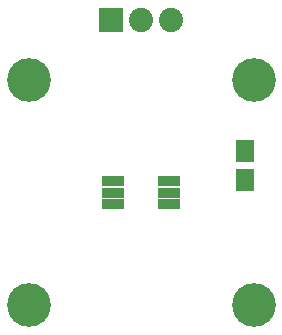
<source format=gbr>
G04 #@! TF.FileFunction,Soldermask,Top*
%FSLAX46Y46*%
G04 Gerber Fmt 4.6, Leading zero omitted, Abs format (unit mm)*
G04 Created by KiCad (PCBNEW 4.0.7-e2-6376~58~ubuntu16.04.1) date Fri Jan 12 15:17:18 2018*
%MOMM*%
%LPD*%
G01*
G04 APERTURE LIST*
%ADD10C,0.100000*%
%ADD11R,1.650000X1.900000*%
%ADD12R,2.051000X2.051000*%
%ADD13C,2.051000*%
%ADD14R,1.900000X0.850000*%
%ADD15C,3.702000*%
G04 APERTURE END LIST*
D10*
D11*
X72263000Y-59964000D03*
X72263000Y-62464000D03*
D12*
X60960000Y-48895000D03*
D13*
X63500000Y-48895000D03*
X66040000Y-48895000D03*
D14*
X61150000Y-62500000D03*
X61150000Y-63500000D03*
X61150000Y-64500000D03*
X65850000Y-64500000D03*
X65850000Y-63500000D03*
X65850000Y-62500000D03*
D15*
X53975000Y-53975000D03*
X73025000Y-53975000D03*
X73025000Y-73025000D03*
X53975000Y-73025000D03*
M02*

</source>
